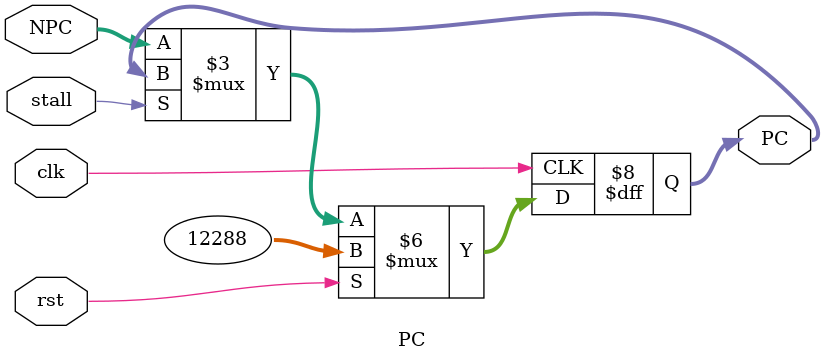
<source format=v>
`timescale 1ns / 1ps


module PC( clk, rst,stall, NPC, PC );          
   input clk;
   input rst,stall;
   input[31:0] NPC;
   output[31:0] PC;
   
   reg [31:0] PC;            
   always @(posedge clk ) begin
      if ( rst ) 
         PC <= 32'h0000_3000;   
      else 
         if(stall==0)
             PC <= NPC;
   end // end always         
endmodule




</source>
